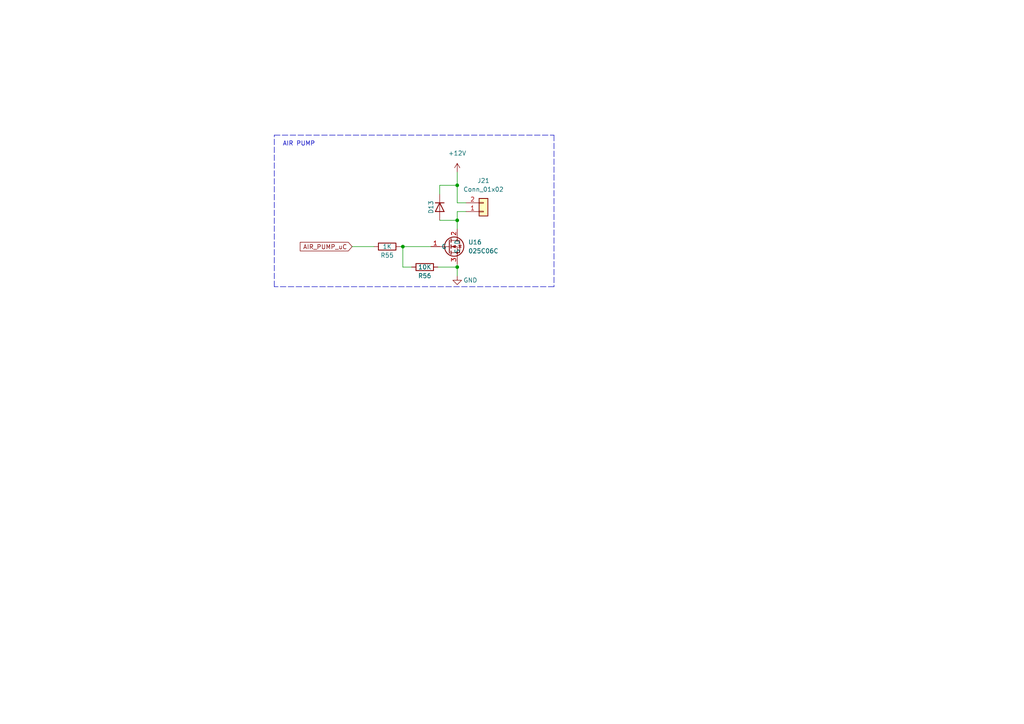
<source format=kicad_sch>
(kicad_sch (version 20211123) (generator eeschema)
  (paper "A4")
  (lib_symbols
    (symbol "Connector_Generic:Conn_01x02" (pin_names (offset 1.016) hide)
      (property "Reference" "J" (at 0 2.54 0))
      (property "Value" "Conn_01x02" (at 0 -5.08 0))
      (symbol "Conn_01x02_1_1"
        (rectangle (start -1.27 -2.413) (end 0 -2.667) (stroke (width 0.1524)))
        (rectangle (start -1.27 0.127) (end 0 -0.127) (stroke (width 0.1524)))
        (rectangle (start -1.27 1.27) (end 1.27 -3.81) (stroke (width 0.254)) (fill (type background)))
        (pin passive line (at -5.08 0 0) (length 3.81) (name "Pin_1") (number "1"))
        (pin passive line (at -5.08 -2.54 0) (length 3.81) (name "Pin_2") (number "2"))
      )
    )
    (symbol "Device:D" (pin_numbers hide) (pin_names (offset 1.016) hide)
      (property "Reference" "D" (at 0 2.54 0))
      (property "Value" "D" (at 0 -2.54 0))
      (symbol "D_0_1"
        (polyline (pts (xy -1.27 1.27) (xy -1.27 -1.27)) (stroke (width 0.254)))
        (polyline (pts (xy 1.27 0) (xy -1.27 0)))
        (polyline (pts (xy 1.27 1.27) (xy 1.27 -1.27) (xy -1.27 0) (xy 1.27 1.27)) (stroke (width 0.254)))
      )
      (symbol "D_1_1"
        (pin passive line (at -3.81 0 0) (length 2.54) (name "K") (number "1"))
        (pin passive line (at 3.81 0 180) (length 2.54) (name "A") (number "2"))
      )
    )
    (symbol "Device:R" (pin_numbers hide) (pin_names (offset 0))
      (property "Reference" "R" (at 2.032 0 90))
      (property "Value" "R" (at 0 0 90))
      (symbol "R_0_1"
        (rectangle (start -1.016 -2.54) (end 1.016 2.54) (stroke (width 0.254)))
      )
      (symbol "R_1_1"
        (pin passive line (at 0 3.81 270) (length 1.27) (name "~") (number "1"))
        (pin passive line (at 0 -3.81 90) (length 1.27) (name "~") (number "2"))
      )
    )
    (symbol "Symbols:025C06C"
      (property "Reference" "U" (at 5.08 -1.27 0))
      (property "Value" "025C06C" (at 7.62 1.27 0))
      (symbol "025C06C_0_1"
        (polyline (pts (xy -1.016 0) (xy -3.81 0)))
        (polyline (pts (xy -1.016 1.905) (xy -1.016 -1.905)) (stroke (width 0.254)))
        (polyline (pts (xy -0.508 -1.27) (xy -0.508 -2.286)) (stroke (width 0.254)))
        (polyline (pts (xy -0.508 0.508) (xy -0.508 -0.508)) (stroke (width 0.254)))
        (polyline (pts (xy -0.508 2.286) (xy -0.508 1.27)) (stroke (width 0.254)))
        (polyline (pts (xy 1.27 2.54) (xy 1.27 1.778)))
        (polyline (pts (xy 1.27 -2.54) (xy 1.27 0) (xy -0.508 0)))
        (polyline (pts (xy -0.508 -1.778) (xy 2.032 -1.778) (xy 2.032 1.778) (xy -0.508 1.778)))
        (polyline (pts (xy -0.254 0) (xy 0.762 0.381) (xy 0.762 -0.381) (xy -0.254 0)) (fill (type outline)))
        (polyline (pts (xy 1.524 0.508) (xy 1.651 0.381) (xy 2.413 0.381) (xy 2.54 0.254)))
        (polyline (pts (xy 2.032 0.381) (xy 1.651 -0.254) (xy 2.413 -0.254) (xy 2.032 0.381)))
        (circle (center 0.381 0) (radius 2.794) (stroke (width 0.254)))
        (circle (center 1.27 -1.778) (radius 0.254) (fill (type outline)))
        (circle (center 1.27 1.778) (radius 0.254) (fill (type outline)))
      )
      (symbol "025C06C_1_1"
        (pin input line (at -6.35 0 0) (length 2.54) (name "G") (number "1"))
        (pin passive line (at 1.27 5.08 270) (length 2.54) (name "D") (number "2"))
        (pin passive line (at 1.27 -5.08 90) (length 2.54) (name "S") (number "3"))
      )
    )
    (symbol "power:+12V" (power) (pin_names (offset 0))
      (property "Value" "+12V" (at 0 3.556 0))
      (symbol "+12V_0_1"
        (polyline (pts (xy -0.762 1.27) (xy 0 2.54)))
        (polyline (pts (xy 0 0) (xy 0 2.54)))
        (polyline (pts (xy 0 2.54) (xy 0.762 1.27)))
      )
      (symbol "+12V_1_1"
        (pin power_in line (at 0 0 90) (length 0) hide (name "+12V") (number "1"))
      )
    )
    (symbol "power:GND" (power) (pin_names (offset 0))
      (property "Value" "GND" (at 0 -3.81 0))
      (symbol "GND_0_1"
        (polyline (pts (xy 0 0) (xy 0 -1.27) (xy 1.27 -1.27) (xy 0 -2.54) (xy -1.27 -1.27) (xy 0 -1.27)))
      )
      (symbol "GND_1_1"
        (pin power_in line (at 0 0 270) (length 0) hide (name "GND") (number "1"))
      )
    )
  )
  (junction (at 116.84 71.5264))
  (junction (at 132.6134 53.7464))
  (junction (at 132.6134 63.9064))
  (junction (at 132.6134 77.47))
  (wire (pts (xy 132.6134 63.9064) (xy 132.6134 61.3664)))
  (wire (pts (xy 132.6134 58.8264) (xy 135.1534 58.8264)))
  (wire (pts (xy 132.6134 49.9364) (xy 132.6134 53.7464)))
  (wire (pts (xy 132.6134 58.8264) (xy 132.6134 53.7464)))
  (wire (pts (xy 127 77.47) (xy 132.6134 77.47)))
  (polyline (pts (xy 160.6804 83.1596) (xy 79.5528 83.1596)))
  (wire (pts (xy 132.6134 76.6064) (xy 132.6134 77.47)))
  (polyline (pts (xy 79.5528 83.1596) (xy 79.5528 39.1922)))
  (polyline (pts (xy 79.5528 39.1922) (xy 160.6804 39.1922)))
  (wire (pts (xy 132.6134 77.47) (xy 132.6134 80.01)))
  (wire (pts (xy 127.5334 56.2864) (xy 127.5334 53.7464)))
  (wire (pts (xy 132.6134 61.3664) (xy 135.1534 61.3664)))
  (wire (pts (xy 119.38 77.47) (xy 116.84 77.47)))
  (wire (pts (xy 116.1034 71.5264) (xy 116.84 71.5264)))
  (wire (pts (xy 116.84 71.5264) (xy 124.9934 71.5264)))
  (wire (pts (xy 132.6134 66.4464) (xy 132.6134 63.9064)))
  (wire (pts (xy 127.5334 63.9064) (xy 132.6134 63.9064)))
  (wire (pts (xy 102.1334 71.5264) (xy 108.4834 71.5264)))
  (wire (pts (xy 127.5334 53.7464) (xy 132.6134 53.7464)))
  (wire (pts (xy 116.84 71.5264) (xy 116.84 77.47)))
  (polyline (pts (xy 160.6804 39.2176) (xy 160.6804 83.1596)))
  (text "AIR PUMP" (at 81.9658 42.5196 0) (effects (font (size 1.27 1.27)) (justify left bottom)))
  (global_label "AIR_PUMP_uC" (shape input) (at 102.1334 71.5264 180) (property "Intersheet References" "${INTERSHEET_REFS}" (effects hide)))
  (symbol (lib_id "Connector_Generic:Conn_01x02") (at 140.2334 61.3664 0) (mirror x) (unit 1)
    (property "Reference" "J21" (at 140.2334 52.4002 0))
    (property "Value" "Conn_01x02" (at 140.2334 54.9402 0))
    (property "Footprint" "Footprint:JST_2.54_2P" (effects hide))
  )
  (symbol (lib_id "power:GND") (at 132.6134 80.01 0) (unit 1)
    (property "Reference" "#PWR0179" (effects hide))
    (property "Value" "GND" (at 136.4234 81.28 0))
  )
  (symbol (lib_id "Device:R") (at 112.2934 71.5264 90) (unit 1)
    (property "Reference" "R55" (at 112.2934 74.0664 90))
    (property "Value" "1K" (at 112.2934 71.5264 90))
    (property "Footprint" "Resistor_SMD:R_0603_1608Metric" (effects hide))
  )
  (symbol (lib_id "Device:R") (at 123.19 77.47 90) (unit 1)
    (property "Reference" "R56" (at 123.19 80.01 90))
    (property "Value" "10K" (at 123.19 77.47 90))
    (property "Footprint" "Resistor_SMD:R_0603_1608Metric" (effects hide))
  )
  (symbol (lib_id "power:+12V") (at 132.6134 49.9364 0) (unit 1)
    (property "Reference" "#PWR0178" (effects hide))
    (property "Value" "+12V" (at 132.6134 44.45 0))
  )
  (symbol (lib_id "Symbols:025C06C") (at 131.3434 71.5264 0) (unit 1)
    (property "Reference" "U16" (at 135.7884 70.2563 0) (effects (justify left)))
    (property "Value" "025C06C" (at 135.7884 72.7963 0) (effects (justify left)))
    (property "Footprint" "Package_TO_SOT_SMD:TO-252-2" (effects hide))
  )
  (symbol (lib_id "Device:D") (at 127.5334 60.0964 270) (unit 1)
    (property "Reference" "D13" (at 124.9934 60.0964 0))
    (property "Value" "D" (effects hide))
    (property "Footprint" "Diode_SMD:D_SMA" (effects hide))
  )
)
</source>
